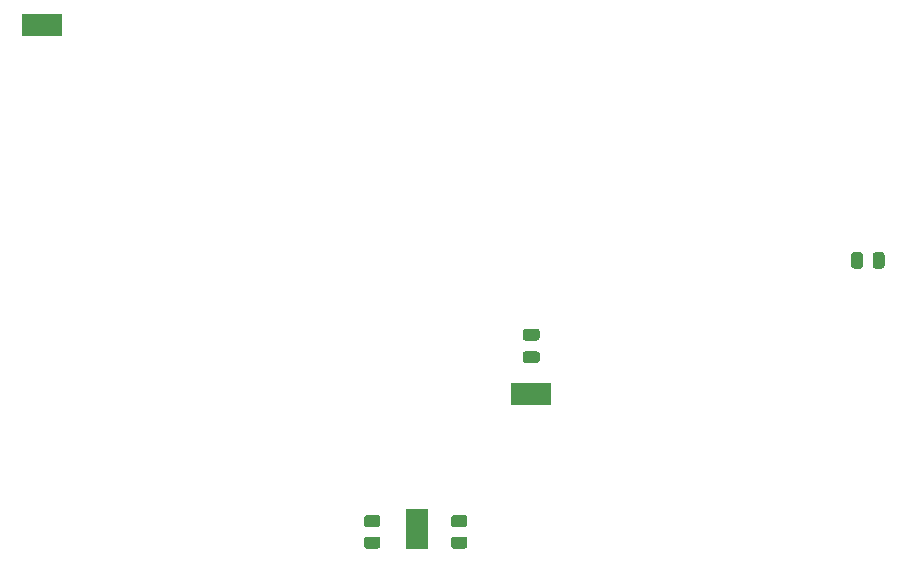
<source format=gbr>
%TF.GenerationSoftware,KiCad,Pcbnew,(5.1.10)-1*%
%TF.CreationDate,2021-06-15T10:49:33-05:00*%
%TF.ProjectId,gd VGC proto pcb,67642056-4743-4207-9072-6f746f207063,rev?*%
%TF.SameCoordinates,Original*%
%TF.FileFunction,Paste,Bot*%
%TF.FilePolarity,Positive*%
%FSLAX46Y46*%
G04 Gerber Fmt 4.6, Leading zero omitted, Abs format (unit mm)*
G04 Created by KiCad (PCBNEW (5.1.10)-1) date 2021-06-15 10:49:33*
%MOMM*%
%LPD*%
G01*
G04 APERTURE LIST*
%ADD10R,3.450000X1.850000*%
%ADD11R,1.850000X3.450000*%
G04 APERTURE END LIST*
D10*
%TO.C,TP5*%
X95758000Y-83058000D03*
%TD*%
%TO.C,R11*%
G36*
G01*
X130613999Y-126384000D02*
X131514001Y-126384000D01*
G75*
G02*
X131764000Y-126633999I0J-249999D01*
G01*
X131764000Y-127159001D01*
G75*
G02*
X131514001Y-127409000I-249999J0D01*
G01*
X130613999Y-127409000D01*
G75*
G02*
X130364000Y-127159001I0J249999D01*
G01*
X130364000Y-126633999D01*
G75*
G02*
X130613999Y-126384000I249999J0D01*
G01*
G37*
G36*
G01*
X130613999Y-124559000D02*
X131514001Y-124559000D01*
G75*
G02*
X131764000Y-124808999I0J-249999D01*
G01*
X131764000Y-125334001D01*
G75*
G02*
X131514001Y-125584000I-249999J0D01*
G01*
X130613999Y-125584000D01*
G75*
G02*
X130364000Y-125334001I0J249999D01*
G01*
X130364000Y-124808999D01*
G75*
G02*
X130613999Y-124559000I249999J0D01*
G01*
G37*
%TD*%
%TO.C,TP112*%
X137160000Y-114300000D03*
%TD*%
D11*
%TO.C,TP93*%
X127508000Y-125730000D03*
%TD*%
%TO.C,R196*%
G36*
G01*
X123247999Y-126384000D02*
X124148001Y-126384000D01*
G75*
G02*
X124398000Y-126633999I0J-249999D01*
G01*
X124398000Y-127159001D01*
G75*
G02*
X124148001Y-127409000I-249999J0D01*
G01*
X123247999Y-127409000D01*
G75*
G02*
X122998000Y-127159001I0J249999D01*
G01*
X122998000Y-126633999D01*
G75*
G02*
X123247999Y-126384000I249999J0D01*
G01*
G37*
G36*
G01*
X123247999Y-124559000D02*
X124148001Y-124559000D01*
G75*
G02*
X124398000Y-124808999I0J-249999D01*
G01*
X124398000Y-125334001D01*
G75*
G02*
X124148001Y-125584000I-249999J0D01*
G01*
X123247999Y-125584000D01*
G75*
G02*
X122998000Y-125334001I0J249999D01*
G01*
X122998000Y-124808999D01*
G75*
G02*
X123247999Y-124559000I249999J0D01*
G01*
G37*
%TD*%
%TO.C,R9*%
G36*
G01*
X166064200Y-103447001D02*
X166064200Y-102546999D01*
G75*
G02*
X166314199Y-102297000I249999J0D01*
G01*
X166839201Y-102297000D01*
G75*
G02*
X167089200Y-102546999I0J-249999D01*
G01*
X167089200Y-103447001D01*
G75*
G02*
X166839201Y-103697000I-249999J0D01*
G01*
X166314199Y-103697000D01*
G75*
G02*
X166064200Y-103447001I0J249999D01*
G01*
G37*
G36*
G01*
X164239200Y-103447001D02*
X164239200Y-102546999D01*
G75*
G02*
X164489199Y-102297000I249999J0D01*
G01*
X165014201Y-102297000D01*
G75*
G02*
X165264200Y-102546999I0J-249999D01*
G01*
X165264200Y-103447001D01*
G75*
G02*
X165014201Y-103697000I-249999J0D01*
G01*
X164489199Y-103697000D01*
G75*
G02*
X164239200Y-103447001I0J249999D01*
G01*
G37*
%TD*%
%TO.C,C59*%
G36*
G01*
X137635000Y-109786000D02*
X136685000Y-109786000D01*
G75*
G02*
X136435000Y-109536000I0J250000D01*
G01*
X136435000Y-109036000D01*
G75*
G02*
X136685000Y-108786000I250000J0D01*
G01*
X137635000Y-108786000D01*
G75*
G02*
X137885000Y-109036000I0J-250000D01*
G01*
X137885000Y-109536000D01*
G75*
G02*
X137635000Y-109786000I-250000J0D01*
G01*
G37*
G36*
G01*
X137635000Y-111686000D02*
X136685000Y-111686000D01*
G75*
G02*
X136435000Y-111436000I0J250000D01*
G01*
X136435000Y-110936000D01*
G75*
G02*
X136685000Y-110686000I250000J0D01*
G01*
X137635000Y-110686000D01*
G75*
G02*
X137885000Y-110936000I0J-250000D01*
G01*
X137885000Y-111436000D01*
G75*
G02*
X137635000Y-111686000I-250000J0D01*
G01*
G37*
%TD*%
M02*

</source>
